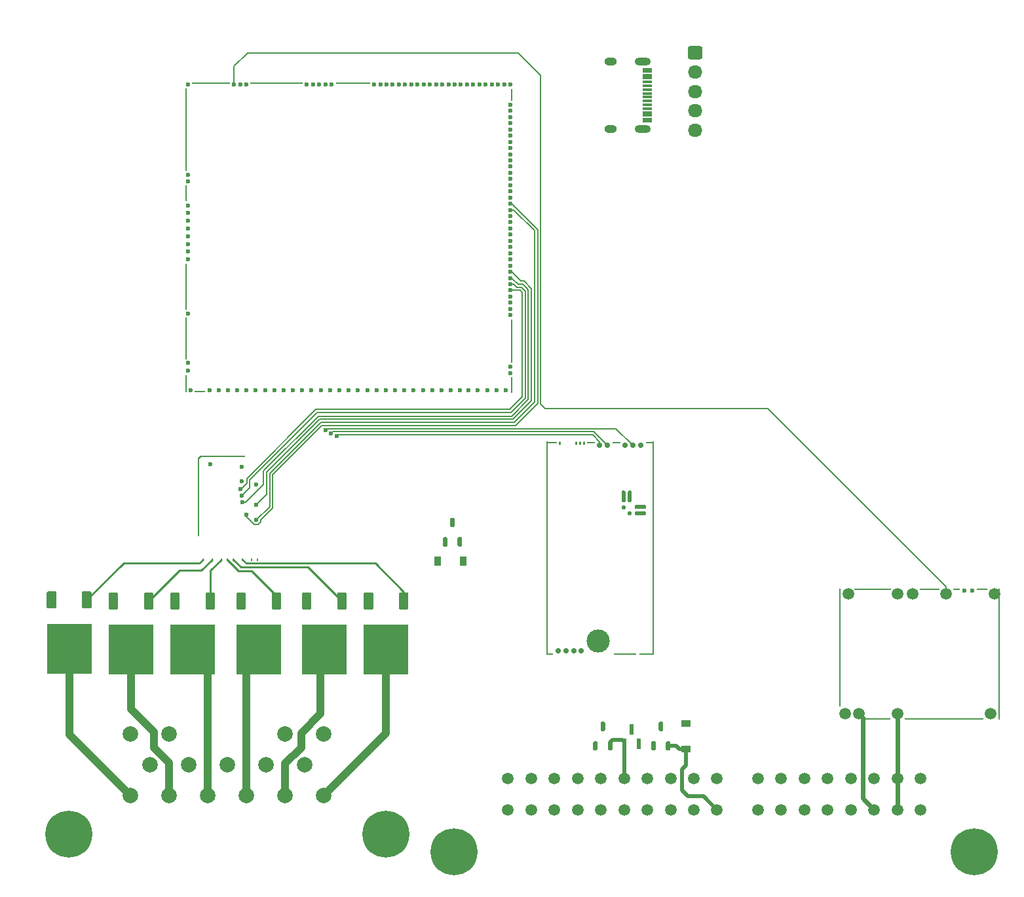
<source format=gtl>
G04 #@! TF.GenerationSoftware,KiCad,Pcbnew,8.0.7-8.0.7-0~ubuntu24.04.1*
G04 #@! TF.CreationDate,2024-12-19T04:57:45+00:00*
G04 #@! TF.ProjectId,z31hellen,7a333168-656c-46c6-956e-2e6b69636164,rev?*
G04 #@! TF.SameCoordinates,Original*
G04 #@! TF.FileFunction,Copper,L1,Top*
G04 #@! TF.FilePolarity,Positive*
%FSLAX46Y46*%
G04 Gerber Fmt 4.6, Leading zero omitted, Abs format (unit mm)*
G04 Created by KiCad (PCBNEW 8.0.7-8.0.7-0~ubuntu24.04.1) date 2024-12-19 04:57:45*
%MOMM*%
%LPD*%
G01*
G04 APERTURE LIST*
G04 #@! TA.AperFunction,SMDPad,CuDef*
%ADD10R,5.800000X6.400000*%
G04 #@! TD*
G04 #@! TA.AperFunction,ComponentPad*
%ADD11O,1.850000X1.700000*%
G04 #@! TD*
G04 #@! TA.AperFunction,SMDPad,CuDef*
%ADD12R,1.219200X0.914400*%
G04 #@! TD*
G04 #@! TA.AperFunction,ComponentPad*
%ADD13C,0.600000*%
G04 #@! TD*
G04 #@! TA.AperFunction,SMDPad,CuDef*
%ADD14R,0.200000X2.300000*%
G04 #@! TD*
G04 #@! TA.AperFunction,SMDPad,CuDef*
%ADD15R,0.200000X10.700000*%
G04 #@! TD*
G04 #@! TA.AperFunction,SMDPad,CuDef*
%ADD16R,0.200000X2.100000*%
G04 #@! TD*
G04 #@! TA.AperFunction,SMDPad,CuDef*
%ADD17R,0.200000X6.000000*%
G04 #@! TD*
G04 #@! TA.AperFunction,SMDPad,CuDef*
%ADD18R,0.200000X5.400000*%
G04 #@! TD*
G04 #@! TA.AperFunction,SMDPad,CuDef*
%ADD19R,1.400000X0.200000*%
G04 #@! TD*
G04 #@! TA.AperFunction,SMDPad,CuDef*
%ADD20R,5.000000X0.200000*%
G04 #@! TD*
G04 #@! TA.AperFunction,SMDPad,CuDef*
%ADD21R,6.800000X0.200000*%
G04 #@! TD*
G04 #@! TA.AperFunction,SMDPad,CuDef*
%ADD22R,4.500000X0.200000*%
G04 #@! TD*
G04 #@! TA.AperFunction,SMDPad,CuDef*
%ADD23R,0.200000X1.600000*%
G04 #@! TD*
G04 #@! TA.AperFunction,SMDPad,CuDef*
%ADD24R,0.200000X5.700000*%
G04 #@! TD*
G04 #@! TA.AperFunction,SMDPad,CuDef*
%ADD25R,0.200000X2.000000*%
G04 #@! TD*
G04 #@! TA.AperFunction,ComponentPad*
%ADD26C,0.700000*%
G04 #@! TD*
G04 #@! TA.AperFunction,SMDPad,CuDef*
%ADD27C,3.000000*%
G04 #@! TD*
G04 #@! TA.AperFunction,SMDPad,CuDef*
%ADD28R,3.000000X0.250000*%
G04 #@! TD*
G04 #@! TA.AperFunction,SMDPad,CuDef*
%ADD29R,1.100000X0.250000*%
G04 #@! TD*
G04 #@! TA.AperFunction,SMDPad,CuDef*
%ADD30R,0.980000X0.250000*%
G04 #@! TD*
G04 #@! TA.AperFunction,SMDPad,CuDef*
%ADD31R,1.450000X0.250000*%
G04 #@! TD*
G04 #@! TA.AperFunction,SMDPad,CuDef*
%ADD32R,0.250000X27.600000*%
G04 #@! TD*
G04 #@! TA.AperFunction,SMDPad,CuDef*
%ADD33R,1.950000X0.250000*%
G04 #@! TD*
G04 #@! TA.AperFunction,SMDPad,CuDef*
%ADD34R,0.950000X0.250000*%
G04 #@! TD*
G04 #@! TA.AperFunction,SMDPad,CuDef*
%ADD35R,1.150000X0.300000*%
G04 #@! TD*
G04 #@! TA.AperFunction,ComponentPad*
%ADD36O,2.100000X1.000000*%
G04 #@! TD*
G04 #@! TA.AperFunction,ComponentPad*
%ADD37O,1.600000X1.000000*%
G04 #@! TD*
G04 #@! TA.AperFunction,SMDPad,CuDef*
%ADD38R,0.558800X1.320800*%
G04 #@! TD*
G04 #@! TA.AperFunction,SMDPad,CuDef*
%ADD39O,0.250000X10.200000*%
G04 #@! TD*
G04 #@! TA.AperFunction,SMDPad,CuDef*
%ADD40O,5.800001X0.250000*%
G04 #@! TD*
G04 #@! TA.AperFunction,SMDPad,CuDef*
%ADD41O,0.200000X0.399999*%
G04 #@! TD*
G04 #@! TA.AperFunction,ComponentPad*
%ADD42C,0.599999*%
G04 #@! TD*
G04 #@! TA.AperFunction,ComponentPad*
%ADD43C,1.500000*%
G04 #@! TD*
G04 #@! TA.AperFunction,SMDPad,CuDef*
%ADD44O,3.300000X0.200000*%
G04 #@! TD*
G04 #@! TA.AperFunction,SMDPad,CuDef*
%ADD45O,10.200000X0.200000*%
G04 #@! TD*
G04 #@! TA.AperFunction,SMDPad,CuDef*
%ADD46O,0.300000X0.200000*%
G04 #@! TD*
G04 #@! TA.AperFunction,SMDPad,CuDef*
%ADD47O,0.200000X17.000000*%
G04 #@! TD*
G04 #@! TA.AperFunction,SMDPad,CuDef*
%ADD48O,0.200000X15.400000*%
G04 #@! TD*
G04 #@! TA.AperFunction,SMDPad,CuDef*
%ADD49O,4.800000X0.200000*%
G04 #@! TD*
G04 #@! TA.AperFunction,SMDPad,CuDef*
%ADD50O,2.600000X0.200000*%
G04 #@! TD*
G04 #@! TA.AperFunction,SMDPad,CuDef*
%ADD51O,1.000000X0.200000*%
G04 #@! TD*
G04 #@! TA.AperFunction,SMDPad,CuDef*
%ADD52O,1.500000X0.200000*%
G04 #@! TD*
G04 #@! TA.AperFunction,ComponentPad*
%ADD53C,2.000000*%
G04 #@! TD*
G04 #@! TA.AperFunction,ComponentPad*
%ADD54C,6.075000*%
G04 #@! TD*
G04 #@! TA.AperFunction,SMDPad,CuDef*
%ADD55R,0.914400X1.219200*%
G04 #@! TD*
G04 #@! TA.AperFunction,ViaPad*
%ADD56C,0.600000*%
G04 #@! TD*
G04 #@! TA.AperFunction,Conductor*
%ADD57C,0.200000*%
G04 #@! TD*
G04 #@! TA.AperFunction,Conductor*
%ADD58C,1.000000*%
G04 #@! TD*
G04 #@! TA.AperFunction,Conductor*
%ADD59C,0.250000*%
G04 #@! TD*
G04 #@! TA.AperFunction,Conductor*
%ADD60C,0.500000*%
G04 #@! TD*
G04 #@! TA.AperFunction,Conductor*
%ADD61C,0.600000*%
G04 #@! TD*
G04 APERTURE END LIST*
G04 #@! TO.P,Q5,1,IN*
G04 #@! TO.N,/Injectors/INJ_MCU_2*
G04 #@! TA.AperFunction,SMDPad,CuDef*
G36*
G01*
X45750002Y41700005D02*
X46710002Y41700005D01*
G75*
G02*
X46830002Y41580005I0J-120000D01*
G01*
X46830002Y39620005D01*
G75*
G02*
X46710002Y39500005I-120000J0D01*
G01*
X45750002Y39500005D01*
G75*
G02*
X45630002Y39620005I0J120000D01*
G01*
X45630002Y41580005D01*
G75*
G02*
X45750002Y41700005I120000J0D01*
G01*
G37*
G04 #@! TD.AperFunction*
D10*
G04 #@! TO.P,Q5,2,D*
G04 #@! TO.N,/INJ 2*
X43950002Y34300005D03*
G04 #@! TO.P,Q5,3,S*
G04 #@! TO.N,GND*
G04 #@! TA.AperFunction,SMDPad,CuDef*
G36*
G01*
X41190002Y41700005D02*
X42150002Y41700005D01*
G75*
G02*
X42270002Y41580005I0J-120000D01*
G01*
X42270002Y39620005D01*
G75*
G02*
X42150002Y39500005I-120000J0D01*
G01*
X41190002Y39500005D01*
G75*
G02*
X41070002Y39620005I0J120000D01*
G01*
X41070002Y41580005D01*
G75*
G02*
X41190002Y41700005I120000J0D01*
G01*
G37*
G04 #@! TD.AperFunction*
G04 #@! TD*
G04 #@! TO.P,Q3,1*
G04 #@! TO.N,/LOWSIDE WEAK/MR_MCU(HOT)*
G04 #@! TA.AperFunction,SMDPad,CuDef*
G36*
G01*
X104122502Y21265005D02*
X103827502Y21265005D01*
G75*
G02*
X103680002Y21412505I0J147500D01*
G01*
X103680002Y22327505D01*
G75*
G02*
X103827502Y22475005I147500J0D01*
G01*
X104122502Y22475005D01*
G75*
G02*
X104270002Y22327505I0J-147500D01*
G01*
X104270002Y21412505D01*
G75*
G02*
X104122502Y21265005I-147500J0D01*
G01*
G37*
G04 #@! TD.AperFunction*
G04 #@! TO.P,Q3,2*
G04 #@! TO.N,/LOWSIDE WEAK/MR_OUT(HOT)*
G04 #@! TA.AperFunction,SMDPad,CuDef*
G36*
G01*
X106022502Y21265005D02*
X105727502Y21265005D01*
G75*
G02*
X105580002Y21412505I0J147500D01*
G01*
X105580002Y22327505D01*
G75*
G02*
X105727502Y22475005I147500J0D01*
G01*
X106022502Y22475005D01*
G75*
G02*
X106170002Y22327505I0J-147500D01*
G01*
X106170002Y21412505D01*
G75*
G02*
X106022502Y21265005I-147500J0D01*
G01*
G37*
G04 #@! TD.AperFunction*
G04 #@! TO.P,Q3,3*
G04 #@! TO.N,GND*
G04 #@! TA.AperFunction,SMDPad,CuDef*
G36*
G01*
X105072502Y23775005D02*
X104777502Y23775005D01*
G75*
G02*
X104630002Y23922505I0J147500D01*
G01*
X104630002Y24837505D01*
G75*
G02*
X104777502Y24985005I147500J0D01*
G01*
X105072502Y24985005D01*
G75*
G02*
X105220002Y24837505I0J-147500D01*
G01*
X105220002Y23922505D01*
G75*
G02*
X105072502Y23775005I-147500J0D01*
G01*
G37*
G04 #@! TD.AperFunction*
G04 #@! TD*
G04 #@! TO.P,J2,1,Pin_1*
G04 #@! TO.N,/MEGA_MCU/VBUS*
G04 #@! TA.AperFunction,ComponentPad*
G36*
G01*
X116175000Y112350000D02*
X117525000Y112350000D01*
G75*
G02*
X117775000Y112100000I0J-250000D01*
G01*
X117775000Y110900000D01*
G75*
G02*
X117525000Y110650000I-250000J0D01*
G01*
X116175000Y110650000D01*
G75*
G02*
X115925000Y110900000I0J250000D01*
G01*
X115925000Y112100000D01*
G75*
G02*
X116175000Y112350000I250000J0D01*
G01*
G37*
G04 #@! TD.AperFunction*
D11*
G04 #@! TO.P,J2,2,Pin_2*
G04 #@! TO.N,/MEGA_MCU/USB-*
X116850000Y109000000D03*
G04 #@! TO.P,J2,3,Pin_3*
G04 #@! TO.N,/MEGA_MCU/USB+*
X116850000Y106500000D03*
G04 #@! TO.P,J2,4,Pin_4*
G04 #@! TO.N,GND*
X116850000Y104000000D03*
G04 #@! TO.P,J2,5,Pin_5*
X116850000Y101500000D03*
G04 #@! TD*
D12*
G04 #@! TO.P,D1,A,A*
G04 #@! TO.N,/FP RELAY*
X115675002Y21486705D03*
G04 #@! TO.P,D1,C,C*
G04 #@! TO.N,unconnected-(D1-PadC)*
X115675002Y24763305D03*
G04 #@! TD*
D13*
G04 #@! TO.P,M1,E1,SPI2_SCK/CAN2_TX*
G04 #@! TO.N,unconnected-(M1-SPI2_SCK{slash}CAN2_TX-PadE1)*
X92975001Y104774995D03*
G04 #@! TO.P,M1,E2,SPI2_MISO*
G04 #@! TO.N,unconnected-(M1-SPI2_MISO-PadE2)*
X92975001Y103974994D03*
G04 #@! TO.P,M1,E3,SPI2_MOSI*
G04 #@! TO.N,unconnected-(M1-SPI2_MOSI-PadE3)*
X92975001Y103174996D03*
G04 #@! TO.P,M1,E4,SPI2_CS/CAN2_RX*
G04 #@! TO.N,unconnected-(M1-SPI2_CS{slash}CAN2_RX-PadE4)*
X92975001Y102374995D03*
G04 #@! TO.P,M1,E6,OUT_IO3*
G04 #@! TO.N,Net-(M1-OUT_IO3)*
X92975001Y101574994D03*
G04 #@! TO.P,M1,E7,OUT_IO5*
G04 #@! TO.N,unconnected-(M1-OUT_IO5-PadE7)*
X92974998Y100774996D03*
G04 #@! TO.P,M1,E8,OUT_IO1*
G04 #@! TO.N,/LOWSIDE WEAK/FP_MCU*
X92974998Y99974995D03*
G04 #@! TO.P,M1,E9,OUT_IO6*
G04 #@! TO.N,unconnected-(M1-OUT_IO6-PadE9)*
X92975001Y99174991D03*
G04 #@! TO.P,M1,E10,OUT_IO10*
G04 #@! TO.N,unconnected-(M1-OUT_IO10-PadE10)*
X92975001Y98374995D03*
G04 #@! TO.P,M1,E11,OUT_IO9*
G04 #@! TO.N,unconnected-(M1-OUT_IO9-PadE11)*
X92975001Y97574995D03*
G04 #@! TO.P,M1,E12,OUT_IO2*
G04 #@! TO.N,/LOWSIDE WEAK/MR_MCU(HOT)*
X92975001Y96774994D03*
G04 #@! TO.P,M1,E13,OUT_IO12*
G04 #@! TO.N,unconnected-(M1-OUT_IO12-PadE13)*
X92974998Y95974995D03*
G04 #@! TO.P,M1,E14,OUT_PWM5*
G04 #@! TO.N,unconnected-(M1-OUT_PWM5-PadE14)*
X92974998Y95174994D03*
G04 #@! TO.P,M1,E15,OUT_PWM4*
G04 #@! TO.N,unconnected-(M1-OUT_PWM4-PadE15)*
X92974998Y94374993D03*
G04 #@! TO.P,M1,E16,OUT_PWM3*
G04 #@! TO.N,unconnected-(M1-OUT_PWM3-PadE16)*
X92975001Y93574995D03*
G04 #@! TO.P,M1,E17,OUT_PWM2*
G04 #@! TO.N,unconnected-(M1-OUT_PWM2-PadE17)*
X92975001Y92774994D03*
G04 #@! TO.P,M1,E18,OUT_INJ2*
G04 #@! TO.N,/MEGA_MCU/INJ_MCU_2*
X92975001Y91974996D03*
G04 #@! TO.P,M1,E19,OUT_INJ1*
G04 #@! TO.N,/MEGA_MCU/INJ_MCU_1*
X92974998Y91174995D03*
G04 #@! TO.P,M1,E20,OUT_IO13*
G04 #@! TO.N,unconnected-(M1-OUT_IO13-PadE20)*
X92974998Y90374994D03*
G04 #@! TO.P,M1,E21,OUT_IO4*
G04 #@! TO.N,unconnected-(M1-OUT_IO4-PadE21)*
X92975001Y89574995D03*
G04 #@! TO.P,M1,E22,OUT_IO8*
G04 #@! TO.N,unconnected-(M1-OUT_IO8-PadE22)*
X92975001Y88774994D03*
G04 #@! TO.P,M1,E23,OUT_IO7*
G04 #@! TO.N,unconnected-(M1-OUT_IO7-PadE23)*
X92975001Y87974993D03*
G04 #@! TO.P,M1,E24,OUT_IO11*
G04 #@! TO.N,unconnected-(M1-OUT_IO11-PadE24)*
X92975001Y87174995D03*
G04 #@! TO.P,M1,E25,OUT_PWM7*
G04 #@! TO.N,unconnected-(M1-OUT_PWM7-PadE25)*
X92975001Y86374994D03*
G04 #@! TO.P,M1,E26,OUT_PWM6*
G04 #@! TO.N,unconnected-(M1-OUT_PWM6-PadE26)*
X92975001Y85574996D03*
G04 #@! TO.P,M1,E27,OUT_PWM1*
G04 #@! TO.N,unconnected-(M1-OUT_PWM1-PadE27)*
X92975001Y84774995D03*
G04 #@! TO.P,M1,E28,OUT_PWM8*
G04 #@! TO.N,unconnected-(M1-OUT_PWM8-PadE28)*
X92975001Y83974994D03*
G04 #@! TO.P,M1,E29,OUT_INJ3*
G04 #@! TO.N,/MEGA_MCU/INJ_MCU_3*
X92975001Y83174995D03*
G04 #@! TO.P,M1,E30,OUT_INJ4*
G04 #@! TO.N,/MEGA_MCU/INJ_MCU_4*
X92975001Y82374994D03*
G04 #@! TO.P,M1,E31,OUT_INJ5*
G04 #@! TO.N,/MEGA_MCU/INJ_MCU_5*
X92974998Y81574996D03*
G04 #@! TO.P,M1,E32,OUT_INJ6*
G04 #@! TO.N,/MEGA_MCU/INJ_MCU_6*
X92975001Y80774993D03*
G04 #@! TO.P,M1,E33,OUT_INJ7*
G04 #@! TO.N,unconnected-(M1-OUT_INJ7-PadE33)*
X92975001Y79974994D03*
G04 #@! TO.P,M1,E34,OUT_INJ8*
G04 #@! TO.N,unconnected-(M1-OUT_INJ8-PadE34)*
X92975001Y79174996D03*
G04 #@! TO.P,M1,E35,IO6*
G04 #@! TO.N,unconnected-(M1-IO6-PadE35)*
X92975001Y78374995D03*
G04 #@! TO.P,M1,E36,IO7*
G04 #@! TO.N,unconnected-(M1-IO7-PadE36)*
X92975001Y77574994D03*
G04 #@! TO.P,M1,E38,V5A_SWITCHABLE*
G04 #@! TO.N,unconnected-(M1-V5A_SWITCHABLE-PadE38)*
X92974998Y70875000D03*
G04 #@! TO.P,M1,E39,GNDA*
G04 #@! TO.N,GNDA*
X92975001Y70074999D03*
D14*
G04 #@! TO.P,M1,G,GND*
G04 #@! TO.N,GND*
X51074996Y68724999D03*
D15*
X51074998Y101524997D03*
D16*
X51074998Y93324998D03*
D17*
X51074998Y81274999D03*
D18*
X51074998Y74575002D03*
D19*
X52875005Y67674996D03*
D20*
X54275000Y107574997D03*
D21*
X62775003Y107574997D03*
D22*
X72625006Y107574997D03*
D23*
X93175001Y106074998D03*
D24*
X93175001Y74224995D03*
D25*
X93175001Y68575002D03*
D13*
G04 #@! TO.P,M1,N1,USBID*
G04 #@! TO.N,unconnected-(M1-USBID-PadN1)*
X92975001Y107374998D03*
G04 #@! TO.P,M1,N2,USBM*
G04 #@! TO.N,/MEGA_MCU/USB-*
X92175003Y107375000D03*
G04 #@! TO.P,M1,N3,USBP*
G04 #@! TO.N,/MEGA_MCU/USB+*
X91375002Y107375000D03*
G04 #@! TO.P,M1,N4,VBUS*
G04 #@! TO.N,/MEGA_MCU/VBUS*
X90575003Y107374998D03*
G04 #@! TO.P,M1,N5,BOOT0*
G04 #@! TO.N,unconnected-(M1-BOOT0-PadN5)*
X89775002Y107374998D03*
G04 #@! TO.P,M1,N6,SWO*
G04 #@! TO.N,/MEGA_MCU/SWO*
X88975001Y107374998D03*
G04 #@! TO.P,M1,N7,SWDIO*
G04 #@! TO.N,/MEGA_MCU/SWDIO*
X88175003Y107374998D03*
G04 #@! TO.P,M1,N8,SWCLK*
G04 #@! TO.N,/MEGA_MCU/SWCLK*
X87375002Y107375000D03*
G04 #@! TO.P,M1,N9,nReset*
G04 #@! TO.N,/MEGA_MCU/NRESET*
X86575004Y107374998D03*
G04 #@! TO.P,M1,N10,SPI3_CS*
G04 #@! TO.N,Net-(M1-SPI3_CS)*
X85775003Y107374998D03*
G04 #@! TO.P,M1,N11,SPI3_SCK*
G04 #@! TO.N,Net-(M1-SPI3_SCK)*
X84975002Y107374998D03*
G04 #@! TO.P,M1,N12,SPI3_MISO*
G04 #@! TO.N,Net-(M1-SPI3_MISO)*
X84175001Y107374998D03*
G04 #@! TO.P,M1,N13,SPI3_MOSI*
G04 #@! TO.N,Net-(M1-SPI3_MOSI)*
X83375002Y107374998D03*
G04 #@! TO.P,M1,N14,I2C_SCL*
G04 #@! TO.N,Net-(M1-I2C_SCL)*
X82575001Y107374998D03*
G04 #@! TO.P,M1,N15,I2C_SDA*
G04 #@! TO.N,Net-(M1-I2C_SDA)*
X81775000Y107375000D03*
G04 #@! TO.P,M1,N16,IO1*
G04 #@! TO.N,unconnected-(M1-IO1-PadN16)*
X80975000Y107375000D03*
G04 #@! TO.P,M1,N17,UART2_TX*
G04 #@! TO.N,/MEGA_MCU/UART_TX*
X80175001Y107374998D03*
G04 #@! TO.P,M1,N18,UART2_RX*
G04 #@! TO.N,/MEGA_MCU/UART_RX*
X79375000Y107374998D03*
G04 #@! TO.P,M1,N19,IO2*
G04 #@! TO.N,unconnected-(M1-IO2-PadN19)*
X78575002Y107374998D03*
G04 #@! TO.P,M1,N20,IO4*
G04 #@! TO.N,unconnected-(M1-IO4-PadN20)*
X77775001Y107374998D03*
G04 #@! TO.P,M1,N21,IO3*
G04 #@! TO.N,unconnected-(M1-IO3-PadN21)*
X76975002Y107375000D03*
G04 #@! TO.P,M1,N22,V33*
G04 #@! TO.N,+3.3V*
X76175001Y107374998D03*
G04 #@! TO.P,M1,N23,IO5*
G04 #@! TO.N,unconnected-(M1-IO5-PadN23)*
X75375001Y107374998D03*
G04 #@! TO.P,M1,N24,UART8_RX*
G04 #@! TO.N,Net-(M1-UART8_RX)*
X69875001Y107374998D03*
G04 #@! TO.P,M1,N25,UART8_TX*
G04 #@! TO.N,Net-(M1-UART8_TX)*
X69075000Y107374998D03*
G04 #@! TO.P,M1,N26,IN_VIGN*
G04 #@! TO.N,unconnected-(M1-IN_VIGN-PadN26)*
X68275002Y107374998D03*
G04 #@! TO.P,M1,N27,VBAT*
G04 #@! TO.N,unconnected-(M1-VBAT-PadN27)*
X67475004Y107374998D03*
G04 #@! TO.P,M1,N28,V33_SWITCHABLE*
G04 #@! TO.N,+3.3VA*
X66675005Y107374998D03*
G04 #@! TO.P,M1,N29,OUT_PWR_EN*
G04 #@! TO.N,unconnected-(M1-OUT_PWR_EN-PadN29)*
X58875001Y107374998D03*
G04 #@! TO.P,M1,N30,V5A_SWITCHABLE*
G04 #@! TO.N,unconnected-(M1-V5A_SWITCHABLE-PadN30)*
X58075002Y107374998D03*
G04 #@! TO.P,M1,N31,VCC*
G04 #@! TO.N,+5V*
X57275004Y107374998D03*
G04 #@! TO.P,M1,N32,V33*
G04 #@! TO.N,unconnected-(M1-V33-PadN32)*
X51275000Y107374998D03*
G04 #@! TO.P,M1,S1,IN_D4*
G04 #@! TO.N,unconnected-(M1-IN_D4-PadS1)*
X92375000Y67874993D03*
G04 #@! TO.P,M1,S2,IN_D3*
G04 #@! TO.N,unconnected-(M1-IN_D3-PadS2)*
X91174999Y67874995D03*
G04 #@! TO.P,M1,S3,IN_D2*
G04 #@! TO.N,unconnected-(M1-IN_D2-PadS3)*
X89975002Y67874995D03*
G04 #@! TO.P,M1,S4,IN_D1*
G04 #@! TO.N,unconnected-(M1-IN_D1-PadS4)*
X88775002Y67874993D03*
G04 #@! TO.P,M1,S5,VREF2*
G04 #@! TO.N,unconnected-(M1-VREF2-PadS5)*
X87575002Y67874995D03*
G04 #@! TO.P,M1,S6,IN_SENS4*
G04 #@! TO.N,unconnected-(M1-IN_SENS4-PadS6)*
X86475014Y67874995D03*
G04 #@! TO.P,M1,S7,IN_SENS3*
G04 #@! TO.N,unconnected-(M1-IN_SENS3-PadS7)*
X85275014Y67874995D03*
G04 #@! TO.P,M1,S8,IN_SENS2*
G04 #@! TO.N,unconnected-(M1-IN_SENS2-PadS8)*
X84075016Y67874993D03*
G04 #@! TO.P,M1,S9,IN_SENS1*
G04 #@! TO.N,unconnected-(M1-IN_SENS1-PadS9)*
X82875016Y67874995D03*
G04 #@! TO.P,M1,S10,IN_AUX4*
G04 #@! TO.N,unconnected-(M1-IN_AUX4-PadS10)*
X81675013Y67874995D03*
G04 #@! TO.P,M1,S11,IN_AUX3*
G04 #@! TO.N,unconnected-(M1-IN_AUX3-PadS11)*
X80475011Y67874993D03*
G04 #@! TO.P,M1,S12,IN_AUX2*
G04 #@! TO.N,unconnected-(M1-IN_AUX2-PadS12)*
X79275013Y67874995D03*
G04 #@! TO.P,M1,S13,IN_AUX1*
G04 #@! TO.N,unconnected-(M1-IN_AUX1-PadS13)*
X78075015Y67874995D03*
G04 #@! TO.P,M1,S14,IN_RES2*
G04 #@! TO.N,unconnected-(M1-IN_RES2-PadS14)*
X76875008Y67874995D03*
G04 #@! TO.P,M1,S15,IN_O2S2*
G04 #@! TO.N,unconnected-(M1-IN_O2S2-PadS15)*
X75675008Y67874995D03*
G04 #@! TO.P,M1,S16,IN_O2S*
G04 #@! TO.N,unconnected-(M1-IN_O2S-PadS16)*
X74475010Y67874995D03*
G04 #@! TO.P,M1,S17,IN_RES1*
G04 #@! TO.N,unconnected-(M1-IN_RES1-PadS17)*
X73275010Y67874995D03*
G04 #@! TO.P,M1,S18,IN_RES3*
G04 #@! TO.N,unconnected-(M1-IN_RES3-PadS18)*
X72075005Y67874995D03*
G04 #@! TO.P,M1,S19,IN_MAP3*
G04 #@! TO.N,unconnected-(M1-IN_MAP3-PadS19)*
X70875004Y67874995D03*
G04 #@! TO.P,M1,S20,IN_MAP2*
G04 #@! TO.N,unconnected-(M1-IN_MAP2-PadS20)*
X69675007Y67874993D03*
G04 #@! TO.P,M1,S21,IN_MAP1*
G04 #@! TO.N,unconnected-(M1-IN_MAP1-PadS21)*
X68475007Y67874995D03*
G04 #@! TO.P,M1,S22,IN_CRANK*
G04 #@! TO.N,unconnected-(M1-IN_CRANK-PadS22)*
X67275004Y67874993D03*
G04 #@! TO.P,M1,S23,IN_KNOCK*
G04 #@! TO.N,unconnected-(M1-IN_KNOCK-PadS23)*
X66075004Y67874995D03*
G04 #@! TO.P,M1,S24,IN_CAM*
G04 #@! TO.N,unconnected-(M1-IN_CAM-PadS24)*
X64875009Y67874995D03*
G04 #@! TO.P,M1,S25,IN_VSS*
G04 #@! TO.N,unconnected-(M1-IN_VSS-PadS25)*
X63675006Y67874993D03*
G04 #@! TO.P,M1,S26,IN_IAT*
G04 #@! TO.N,unconnected-(M1-IN_IAT-PadS26)*
X62475001Y67874995D03*
G04 #@! TO.P,M1,S27,IN_AT1*
G04 #@! TO.N,unconnected-(M1-IN_AT1-PadS27)*
X61275001Y67874993D03*
G04 #@! TO.P,M1,S28,IN_CLT*
G04 #@! TO.N,unconnected-(M1-IN_CLT-PadS28)*
X60075003Y67874995D03*
G04 #@! TO.P,M1,S29,IN_AT2*
G04 #@! TO.N,Net-(M1-IN_AT2)*
X58875003Y67874995D03*
G04 #@! TO.P,M1,S30,IN_TPS*
G04 #@! TO.N,unconnected-(M1-IN_TPS-PadS30)*
X57674998Y67874995D03*
G04 #@! TO.P,M1,S31,IN_PPS*
G04 #@! TO.N,unconnected-(M1-IN_PPS-PadS31)*
X56474998Y67874995D03*
G04 #@! TO.P,M1,S32,IN_TPS2*
G04 #@! TO.N,unconnected-(M1-IN_TPS2-PadS32)*
X55275000Y67874995D03*
G04 #@! TO.P,M1,S33,IN_PPS2*
G04 #@! TO.N,unconnected-(M1-IN_PPS2-PadS33)*
X54075000Y67874995D03*
G04 #@! TO.P,M1,S35,VREF1*
G04 #@! TO.N,unconnected-(M1-VREF1-PadS35)*
X51675000Y67874995D03*
G04 #@! TO.P,M1,W1,GNDA*
G04 #@! TO.N,GNDA*
X51274998Y70374998D03*
G04 #@! TO.P,M1,W2,V5A_SWITCHABLE*
G04 #@! TO.N,+5VA*
X51274998Y71374999D03*
G04 #@! TO.P,M1,W3,V33_REF*
G04 #@! TO.N,unconnected-(M1-V33_REF-PadW3)*
X51275000Y77775001D03*
G04 #@! TO.P,M1,W4,IGN8*
G04 #@! TO.N,unconnected-(M1-IGN8-PadW4)*
X51275000Y84774997D03*
G04 #@! TO.P,M1,W5,IGN7*
G04 #@! TO.N,unconnected-(M1-IGN7-PadW5)*
X51275000Y85774998D03*
G04 #@! TO.P,M1,W6,IGN6*
G04 #@! TO.N,unconnected-(M1-IGN6-PadW6)*
X51275000Y86774996D03*
G04 #@! TO.P,M1,W7,IGN5*
G04 #@! TO.N,unconnected-(M1-IGN5-PadW7)*
X51275000Y87774996D03*
G04 #@! TO.P,M1,W8,IGN4*
G04 #@! TO.N,unconnected-(M1-IGN4-PadW8)*
X51275000Y88774997D03*
G04 #@! TO.P,M1,W9,IGN3*
G04 #@! TO.N,unconnected-(M1-IGN3-PadW9)*
X51275000Y89774995D03*
G04 #@! TO.P,M1,W10,IGN2*
G04 #@! TO.N,unconnected-(M1-IGN2-PadW10)*
X51275000Y90774995D03*
G04 #@! TO.P,M1,W11,IGN1*
G04 #@! TO.N,/MEGA_MCU/IGNITION*
X51275000Y91774993D03*
G04 #@! TO.P,M1,W12,CANH*
G04 #@! TO.N,unconnected-(M1-CANH-PadW12)*
X51275000Y94874997D03*
G04 #@! TO.P,M1,W13,CANL*
G04 #@! TO.N,unconnected-(M1-CANL-PadW13)*
X51275000Y95674998D03*
G04 #@! TD*
D26*
G04 #@! TO.P,M3,E1,LSU_Un*
G04 #@! TO.N,unconnected-(M3-LSU_Un-PadE1)*
X99150000Y34150000D03*
G04 #@! TO.P,M3,E2,LSU_Vm*
G04 #@! TO.N,unconnected-(M3-LSU_Vm-PadE2)*
X102150000Y34150000D03*
G04 #@! TO.P,M3,E3,LSU_Ip*
G04 #@! TO.N,unconnected-(M3-LSU_Ip-PadE3)*
X101150000Y34150000D03*
G04 #@! TO.P,M3,E4,LSU_Rtrim*
G04 #@! TO.N,unconnected-(M3-LSU_Rtrim-PadE4)*
X100150000Y34150000D03*
D27*
G04 #@! TO.P,M3,E5,LSU_H+*
G04 #@! TO.N,unconnected-(M3-LSU_H+-PadE5)*
X104300000Y35400000D03*
D28*
G04 #@! TO.P,M3,E6,LSU_H-*
G04 #@! TO.N,GND*
X107800000Y33775000D03*
D29*
G04 #@! TO.P,M3,G,GND*
X111000000Y61125000D03*
D30*
X106660000Y61125000D03*
X103360000Y61125000D03*
D31*
X98275000Y61125000D03*
D32*
X111425000Y47450000D03*
X97675000Y47450000D03*
D33*
X110575000Y33775000D03*
D34*
X98025000Y33775000D03*
G04 #@! TO.P,M3,J1,SEL1*
G04 #@! TO.N,Net-(M3-PULL_DOWN1)*
G04 #@! TA.AperFunction,SMDPad,CuDef*
G36*
G01*
X110400000Y51700000D02*
X109150000Y51700000D01*
G75*
G02*
X109025000Y51825000I0J125000D01*
G01*
X109025000Y52075000D01*
G75*
G02*
X109150000Y52200000I125000J0D01*
G01*
X110400000Y52200000D01*
G75*
G02*
X110525000Y52075000I0J-125000D01*
G01*
X110525000Y51825000D01*
G75*
G02*
X110400000Y51700000I-125000J0D01*
G01*
G37*
G04 #@! TD.AperFunction*
G04 #@! TO.P,M3,J2,SEL2*
G04 #@! TO.N,unconnected-(M3-SEL2-PadJ2)*
G04 #@! TA.AperFunction,SMDPad,CuDef*
G36*
G01*
X107725000Y53375000D02*
X107475000Y53375000D01*
G75*
G02*
X107350000Y53500000I0J125000D01*
G01*
X107350000Y54750000D01*
G75*
G02*
X107475000Y54875000I125000J0D01*
G01*
X107725000Y54875000D01*
G75*
G02*
X107850000Y54750000I0J-125000D01*
G01*
X107850000Y53500000D01*
G75*
G02*
X107725000Y53375000I-125000J0D01*
G01*
G37*
G04 #@! TD.AperFunction*
G04 #@! TO.P,M3,J_GND1,PULL_DOWN1*
G04 #@! TO.N,Net-(M3-PULL_DOWN1)*
G04 #@! TA.AperFunction,SMDPad,CuDef*
G36*
G01*
X110400000Y52500000D02*
X109150000Y52500000D01*
G75*
G02*
X109025000Y52625000I0J125000D01*
G01*
X109025000Y52875000D01*
G75*
G02*
X109150000Y53000000I125000J0D01*
G01*
X110400000Y53000000D01*
G75*
G02*
X110525000Y52875000I0J-125000D01*
G01*
X110525000Y52625000D01*
G75*
G02*
X110400000Y52500000I-125000J0D01*
G01*
G37*
G04 #@! TD.AperFunction*
G04 #@! TO.P,M3,J_GND2,PULL_DOWN2*
G04 #@! TO.N,unconnected-(M3-PULL_DOWN2-PadJ_GND2)*
G04 #@! TA.AperFunction,SMDPad,CuDef*
G36*
G01*
X107850000Y52825000D02*
X107850000Y52575000D01*
G75*
G02*
X107725000Y52450000I-125000J0D01*
G01*
X107475000Y52450000D01*
G75*
G02*
X107350000Y52575000I0J125000D01*
G01*
X107350000Y52825000D01*
G75*
G02*
X107475000Y52950000I125000J0D01*
G01*
X107725000Y52950000D01*
G75*
G02*
X107850000Y52825000I0J-125000D01*
G01*
G37*
G04 #@! TD.AperFunction*
G04 #@! TO.P,M3,J_VCC1,PULL_UP1*
G04 #@! TO.N,unconnected-(M3-PULL_UP1-PadJ_VCC1)*
G04 #@! TA.AperFunction,SMDPad,CuDef*
G36*
G01*
X108525000Y51700000D02*
X108275000Y51700000D01*
G75*
G02*
X108150000Y51825000I0J125000D01*
G01*
X108150000Y52075000D01*
G75*
G02*
X108275000Y52200000I125000J0D01*
G01*
X108525000Y52200000D01*
G75*
G02*
X108650000Y52075000I0J-125000D01*
G01*
X108650000Y51825000D01*
G75*
G02*
X108525000Y51700000I-125000J0D01*
G01*
G37*
G04 #@! TD.AperFunction*
G04 #@! TO.P,M3,J_VCC2,PULL_UP2*
G04 #@! TO.N,unconnected-(M3-PULL_UP2-PadJ_VCC2)*
G04 #@! TA.AperFunction,SMDPad,CuDef*
G36*
G01*
X108525000Y53375000D02*
X108275000Y53375000D01*
G75*
G02*
X108150000Y53500000I0J125000D01*
G01*
X108150000Y54750000D01*
G75*
G02*
X108275000Y54875000I125000J0D01*
G01*
X108525000Y54875000D01*
G75*
G02*
X108650000Y54750000I0J-125000D01*
G01*
X108650000Y53500000D01*
G75*
G02*
X108525000Y53375000I-125000J0D01*
G01*
G37*
G04 #@! TD.AperFunction*
D26*
G04 #@! TO.P,M3,W1,V5_IN*
G04 #@! TO.N,+5VA*
X108800000Y60741200D03*
G04 #@! TO.P,M3,W2,CAN_VIO*
G04 #@! TO.N,unconnected-(M3-CAN_VIO-PadW2)*
X107800000Y60741200D03*
G04 #@! TO.P,M3,W3,CANL*
G04 #@! TO.N,/MEGA_MCU/CANL*
X104504000Y60741200D03*
G04 #@! TO.P,M3,W4,CANH*
G04 #@! TO.N,/MEGA_MCU/CANH*
X105520000Y60741200D03*
G04 #@! TO.P,M3,W5,nReset*
G04 #@! TO.N,unconnected-(M3-nReset-PadW5)*
G04 #@! TA.AperFunction,SMDPad,CuDef*
G36*
G01*
X102500000Y61250000D02*
X102500000Y61250000D01*
G75*
G02*
X102625000Y61125000I0J-125000D01*
G01*
X102625000Y60875000D01*
G75*
G02*
X102500000Y60750000I-125000J0D01*
G01*
X102500000Y60750000D01*
G75*
G02*
X102375000Y60875000I0J125000D01*
G01*
X102375000Y61125000D01*
G75*
G02*
X102500000Y61250000I125000J0D01*
G01*
G37*
G04 #@! TD.AperFunction*
G04 #@! TO.P,M3,W6,SWDIO*
G04 #@! TO.N,unconnected-(M3-SWDIO-PadW6)*
G04 #@! TA.AperFunction,SMDPad,CuDef*
G36*
G01*
X102000000Y61250000D02*
X102000000Y61250000D01*
G75*
G02*
X102125000Y61125000I0J-125000D01*
G01*
X102125000Y60875000D01*
G75*
G02*
X102000000Y60750000I-125000J0D01*
G01*
X102000000Y60750000D01*
G75*
G02*
X101875000Y60875000I0J125000D01*
G01*
X101875000Y61125000D01*
G75*
G02*
X102000000Y61250000I125000J0D01*
G01*
G37*
G04 #@! TD.AperFunction*
G04 #@! TO.P,M3,W7,SWCLK*
G04 #@! TO.N,unconnected-(M3-SWCLK-PadW7)*
G04 #@! TA.AperFunction,SMDPad,CuDef*
G36*
G01*
X101500000Y61250000D02*
X101500000Y61250000D01*
G75*
G02*
X101625000Y61125000I0J-125000D01*
G01*
X101625000Y60875000D01*
G75*
G02*
X101500000Y60750000I-125000J0D01*
G01*
X101500000Y60750000D01*
G75*
G02*
X101375000Y60875000I0J125000D01*
G01*
X101375000Y61125000D01*
G75*
G02*
X101500000Y61250000I125000J0D01*
G01*
G37*
G04 #@! TD.AperFunction*
G04 #@! TO.P,M3,W8,V33_OUT*
G04 #@! TO.N,unconnected-(M3-V33_OUT-PadW8)*
G04 #@! TA.AperFunction,SMDPad,CuDef*
G36*
G01*
X99400000Y61250000D02*
X99400000Y61250000D01*
G75*
G02*
X99525000Y61125000I0J-125000D01*
G01*
X99525000Y60875000D01*
G75*
G02*
X99400000Y60750000I-125000J0D01*
G01*
X99400000Y60750000D01*
G75*
G02*
X99275000Y60875000I0J125000D01*
G01*
X99275000Y61125000D01*
G75*
G02*
X99400000Y61250000I125000J0D01*
G01*
G37*
G04 #@! TD.AperFunction*
G04 #@! TO.P,M3,W9,VDDA*
G04 #@! TO.N,unconnected-(M3-VDDA-PadW9)*
X109800000Y60741200D03*
G04 #@! TD*
G04 #@! TO.P,Q4,1,IN*
G04 #@! TO.N,/Injectors/INJ_MCU_1*
G04 #@! TA.AperFunction,SMDPad,CuDef*
G36*
G01*
X37750002Y41850005D02*
X38710002Y41850005D01*
G75*
G02*
X38830002Y41730005I0J-120000D01*
G01*
X38830002Y39770005D01*
G75*
G02*
X38710002Y39650005I-120000J0D01*
G01*
X37750002Y39650005D01*
G75*
G02*
X37630002Y39770005I0J120000D01*
G01*
X37630002Y41730005D01*
G75*
G02*
X37750002Y41850005I120000J0D01*
G01*
G37*
G04 #@! TD.AperFunction*
D10*
G04 #@! TO.P,Q4,2,D*
G04 #@! TO.N,/INJ 1*
X35950002Y34450005D03*
G04 #@! TO.P,Q4,3,S*
G04 #@! TO.N,GND*
G04 #@! TA.AperFunction,SMDPad,CuDef*
G36*
G01*
X33190002Y41850005D02*
X34150002Y41850005D01*
G75*
G02*
X34270002Y41730005I0J-120000D01*
G01*
X34270002Y39770005D01*
G75*
G02*
X34150002Y39650005I-120000J0D01*
G01*
X33190002Y39650005D01*
G75*
G02*
X33070002Y39770005I0J120000D01*
G01*
X33070002Y41730005D01*
G75*
G02*
X33190002Y41850005I120000J0D01*
G01*
G37*
G04 #@! TD.AperFunction*
G04 #@! TD*
D35*
G04 #@! TO.P,J3,A1,GND*
G04 #@! TO.N,GND*
X110670000Y109350000D03*
G04 #@! TO.P,J3,A4,VBUS*
G04 #@! TO.N,/MEGA_MCU/VBUS*
X110670000Y108550000D03*
G04 #@! TO.P,J3,A5,CC1*
G04 #@! TO.N,Net-(J3-CC1)*
X110670000Y107250000D03*
G04 #@! TO.P,J3,A6,D+*
G04 #@! TO.N,/MEGA_MCU/USB+*
X110670000Y106250000D03*
G04 #@! TO.P,J3,A7,D-*
G04 #@! TO.N,/MEGA_MCU/USB-*
X110670000Y105750000D03*
G04 #@! TO.P,J3,A8,SBU1*
G04 #@! TO.N,unconnected-(J3-SBU1-PadA8)*
X110670000Y104750000D03*
G04 #@! TO.P,J3,A9,VBUS*
G04 #@! TO.N,/MEGA_MCU/VBUS*
X110670000Y103450000D03*
G04 #@! TO.P,J3,A12,GND*
G04 #@! TO.N,GND*
X110670000Y102650000D03*
G04 #@! TO.P,J3,B1,GND*
X110670000Y102950000D03*
G04 #@! TO.P,J3,B4,VBUS*
G04 #@! TO.N,/MEGA_MCU/VBUS*
X110670000Y103750000D03*
G04 #@! TO.P,J3,B5,CC2*
G04 #@! TO.N,Net-(J3-CC2)*
X110670000Y104250000D03*
G04 #@! TO.P,J3,B6,D+*
G04 #@! TO.N,/MEGA_MCU/USB+*
X110670000Y105250000D03*
G04 #@! TO.P,J3,B7,D-*
G04 #@! TO.N,/MEGA_MCU/USB-*
X110670000Y106750000D03*
G04 #@! TO.P,J3,B8,SBU2*
G04 #@! TO.N,unconnected-(J3-SBU2-PadB8)*
X110670000Y107750000D03*
G04 #@! TO.P,J3,B9,VBUS*
G04 #@! TO.N,/MEGA_MCU/VBUS*
X110670000Y108250000D03*
G04 #@! TO.P,J3,B12,GND*
G04 #@! TO.N,GND*
X110670000Y109050000D03*
D36*
G04 #@! TO.P,J3,S1,SHIELD*
X110105000Y110320000D03*
D37*
X105925000Y110320000D03*
D36*
X110105000Y101680000D03*
D37*
X105925000Y101680000D03*
G04 #@! TD*
D38*
G04 #@! TO.P,U5,1,1*
G04 #@! TO.N,/LOWSIDE WEAK/MR_OUT(HOT)*
X107675002Y22125005D03*
G04 #@! TO.P,U5,2,2*
G04 #@! TO.N,GND*
X109585000Y22125005D03*
G04 #@! TO.P,U5,3,3*
G04 #@! TO.N,unconnected-(U5-Pad3)*
X108630001Y24004605D03*
G04 #@! TD*
D39*
G04 #@! TO.P,M4,G,GND*
G04 #@! TO.N,unconnected-(M4-GND-PadG)*
X52679889Y54088146D03*
G04 #@! TA.AperFunction,SMDPad,CuDef*
G36*
G01*
X52600084Y58958332D02*
X52600084Y58958332D01*
G75*
G02*
X52600084Y59135108I88388J88388D01*
G01*
X52882926Y59417950D01*
G75*
G02*
X53059702Y59417950I88388J-88388D01*
G01*
X53059702Y59417950D01*
G75*
G02*
X53059702Y59241174I-88388J-88388D01*
G01*
X52776860Y58958332D01*
G75*
G02*
X52600084Y58958332I-88388J88388D01*
G01*
G37*
G04 #@! TD.AperFunction*
D40*
X55792389Y59338141D03*
D41*
G04 #@! TO.P,M4,S1,OUT_IGN8*
G04 #@! TO.N,unconnected-(M4-OUT_IGN8-PadS1)*
X60304837Y45963524D03*
G04 #@! TO.P,M4,S2,OUT_IGN7*
G04 #@! TO.N,unconnected-(M4-OUT_IGN7-PadS2)*
X59544858Y45963524D03*
G04 #@! TO.P,M4,S3,OUT_IGN6*
G04 #@! TO.N,/Injectors/INJ_MCU_6*
X58369865Y45963524D03*
G04 #@! TO.P,M4,S4,OUT_IGN5*
G04 #@! TO.N,/Injectors/INJ_MCU_5*
X57194878Y45963524D03*
G04 #@! TO.P,M4,S5,OUT_IGN4*
G04 #@! TO.N,/Injectors/INJ_MCU_4*
X56354966Y45963524D03*
G04 #@! TO.P,M4,S6,OUT_IGN3*
G04 #@! TO.N,/Injectors/INJ_MCU_3*
X55604894Y45963524D03*
G04 #@! TO.P,M4,S7,OUT_IGN2*
G04 #@! TO.N,/Injectors/INJ_MCU_2*
X54429883Y45963524D03*
G04 #@! TO.P,M4,S8,OUT_IGN1*
G04 #@! TO.N,/Injectors/INJ_MCU_1*
X53254886Y45963524D03*
D42*
G04 #@! TO.P,M4,V1,IGN8*
G04 #@! TO.N,unconnected-(M4-IGN8-PadV1)*
X58294889Y56063131D03*
G04 #@! TO.P,M4,V2,IGN7*
G04 #@! TO.N,unconnected-(M4-IGN7-PadV2)*
X60129899Y55638123D03*
G04 #@! TO.P,M4,V3,IGN6*
G04 #@! TO.N,/MEGA_MCU/INJ_MCU_6*
X58079891Y55088126D03*
G04 #@! TO.P,M4,V4,IGN5*
G04 #@! TO.N,/MEGA_MCU/INJ_MCU_5*
X58294886Y54213167D03*
G04 #@! TO.P,M4,V5,IGN4*
G04 #@! TO.N,/MEGA_MCU/INJ_MCU_4*
X58369893Y53363144D03*
G04 #@! TO.P,M4,V6,IGN3*
G04 #@! TO.N,/MEGA_MCU/INJ_MCU_3*
X60129899Y53038128D03*
G04 #@! TO.P,M4,V7,IGN2*
G04 #@! TO.N,/MEGA_MCU/INJ_MCU_2*
X58819899Y51738161D03*
G04 #@! TO.P,M4,V8,IGN1*
G04 #@! TO.N,/MEGA_MCU/INJ_MCU_1*
X60129899Y51088144D03*
G04 #@! TO.P,M4,V9,VCC*
G04 #@! TO.N,unconnected-(M4-VCC-PadV9)*
X54204884Y58263147D03*
G04 #@! TO.P,M4,V10,V33*
G04 #@! TO.N,unconnected-(M4-V33-PadV10)*
X58279890Y57963145D03*
G04 #@! TD*
G04 #@! TO.P,Q8,1,IN*
G04 #@! TO.N,/Injectors/INJ_MCU_5*
G04 #@! TA.AperFunction,SMDPad,CuDef*
G36*
G01*
X70700002Y41700005D02*
X71660002Y41700005D01*
G75*
G02*
X71780002Y41580005I0J-120000D01*
G01*
X71780002Y39620005D01*
G75*
G02*
X71660002Y39500005I-120000J0D01*
G01*
X70700002Y39500005D01*
G75*
G02*
X70580002Y39620005I0J120000D01*
G01*
X70580002Y41580005D01*
G75*
G02*
X70700002Y41700005I120000J0D01*
G01*
G37*
G04 #@! TD.AperFunction*
D10*
G04 #@! TO.P,Q8,2,D*
G04 #@! TO.N,/INJ 5*
X68900002Y34300005D03*
G04 #@! TO.P,Q8,3,S*
G04 #@! TO.N,GND*
G04 #@! TA.AperFunction,SMDPad,CuDef*
G36*
G01*
X66140002Y41700005D02*
X67100002Y41700005D01*
G75*
G02*
X67220002Y41580005I0J-120000D01*
G01*
X67220002Y39620005D01*
G75*
G02*
X67100002Y39500005I-120000J0D01*
G01*
X66140002Y39500005D01*
G75*
G02*
X66020002Y39620005I0J120000D01*
G01*
X66020002Y41580005D01*
G75*
G02*
X66140002Y41700005I120000J0D01*
G01*
G37*
G04 #@! TD.AperFunction*
G04 #@! TD*
G04 #@! TO.P,Q9,1,IN*
G04 #@! TO.N,/Injectors/INJ_MCU_6*
G04 #@! TA.AperFunction,SMDPad,CuDef*
G36*
G01*
X78725002Y41700005D02*
X79685002Y41700005D01*
G75*
G02*
X79805002Y41580005I0J-120000D01*
G01*
X79805002Y39620005D01*
G75*
G02*
X79685002Y39500005I-120000J0D01*
G01*
X78725002Y39500005D01*
G75*
G02*
X78605002Y39620005I0J120000D01*
G01*
X78605002Y41580005D01*
G75*
G02*
X78725002Y41700005I120000J0D01*
G01*
G37*
G04 #@! TD.AperFunction*
G04 #@! TO.P,Q9,2,D*
G04 #@! TO.N,/INJ 6*
X76925002Y34300005D03*
G04 #@! TO.P,Q9,3,S*
G04 #@! TO.N,GND*
G04 #@! TA.AperFunction,SMDPad,CuDef*
G36*
G01*
X74165002Y41700005D02*
X75125002Y41700005D01*
G75*
G02*
X75245002Y41580005I0J-120000D01*
G01*
X75245002Y39620005D01*
G75*
G02*
X75125002Y39500005I-120000J0D01*
G01*
X74165002Y39500005D01*
G75*
G02*
X74045002Y39620005I0J120000D01*
G01*
X74045002Y41580005D01*
G75*
G02*
X74165002Y41700005I120000J0D01*
G01*
G37*
G04 #@! TD.AperFunction*
G04 #@! TD*
G04 #@! TO.P,Q7,1,IN*
G04 #@! TO.N,/Injectors/INJ_MCU_4*
G04 #@! TA.AperFunction,SMDPad,CuDef*
G36*
G01*
X62250002Y41700005D02*
X63210002Y41700005D01*
G75*
G02*
X63330002Y41580005I0J-120000D01*
G01*
X63330002Y39620005D01*
G75*
G02*
X63210002Y39500005I-120000J0D01*
G01*
X62250002Y39500005D01*
G75*
G02*
X62130002Y39620005I0J120000D01*
G01*
X62130002Y41580005D01*
G75*
G02*
X62250002Y41700005I120000J0D01*
G01*
G37*
G04 #@! TD.AperFunction*
G04 #@! TO.P,Q7,2,D*
G04 #@! TO.N,/INJ 4*
X60450002Y34300005D03*
G04 #@! TO.P,Q7,3,S*
G04 #@! TO.N,GND*
G04 #@! TA.AperFunction,SMDPad,CuDef*
G36*
G01*
X57690002Y41700005D02*
X58650002Y41700005D01*
G75*
G02*
X58770002Y41580005I0J-120000D01*
G01*
X58770002Y39620005D01*
G75*
G02*
X58650002Y39500005I-120000J0D01*
G01*
X57690002Y39500005D01*
G75*
G02*
X57570002Y39620005I0J120000D01*
G01*
X57570002Y41580005D01*
G75*
G02*
X57690002Y41700005I120000J0D01*
G01*
G37*
G04 #@! TD.AperFunction*
G04 #@! TD*
D43*
G04 #@! TO.P,M2,E1,VBAT*
G04 #@! TO.N,/MEGA_MCU/vBat*
X136650000Y41499997D03*
G04 #@! TO.P,M2,E2,V12*
G04 #@! TO.N,unconnected-(M2-V12-PadE2)*
X143049997Y41499997D03*
G04 #@! TO.P,M2,E3,VIGN*
G04 #@! TO.N,/MEGA_MCU/vIGN*
X144950000Y41499997D03*
G04 #@! TO.P,M2,E4,V5*
G04 #@! TO.N,+5V*
X149250000Y41499997D03*
D13*
G04 #@! TO.P,M2,E5,EN_5VP*
G04 #@! TO.N,PWR_EN*
X151649997Y41949996D03*
G04 #@! TO.P,M2,E6,PG_5VP*
G04 #@! TO.N,unconnected-(M2-PG_5VP-PadE6)*
X152649998Y41949996D03*
D44*
G04 #@! TO.P,M2,S1,GND*
G04 #@! TO.N,GND*
X140500000Y25350001D03*
D45*
X148999998Y25350001D03*
D46*
X156100000Y25350001D03*
D47*
X156150000Y33749999D03*
D48*
X135550000Y34550000D03*
D43*
X155500000Y41499997D03*
D46*
X135600000Y42149998D03*
D49*
X139799998Y42149998D03*
D50*
X147150000Y42149998D03*
D51*
X150649997Y42149998D03*
D52*
X153949998Y42149998D03*
D43*
G04 #@! TO.P,M2,V1,V12_PERM*
G04 #@! TO.N,unconnected-(M2-V12_PERM-PadV1)*
X136199998Y26000000D03*
G04 #@! TO.P,M2,V2,IN_VIGN*
G04 #@! TO.N,/12v Switched*
X138049997Y26000000D03*
G04 #@! TO.P,M2,V3,V12_RAW*
G04 #@! TO.N,/Main Relay power*
X143000000Y26000000D03*
G04 #@! TO.P,M2,V4,5VP*
G04 #@! TO.N,+5VP*
X155049998Y26000000D03*
G04 #@! TD*
G04 #@! TO.P,Q6,1,IN*
G04 #@! TO.N,/Injectors/INJ_MCU_3*
G04 #@! TA.AperFunction,SMDPad,CuDef*
G36*
G01*
X53725002Y41700005D02*
X54685002Y41700005D01*
G75*
G02*
X54805002Y41580005I0J-120000D01*
G01*
X54805002Y39620005D01*
G75*
G02*
X54685002Y39500005I-120000J0D01*
G01*
X53725002Y39500005D01*
G75*
G02*
X53605002Y39620005I0J120000D01*
G01*
X53605002Y41580005D01*
G75*
G02*
X53725002Y41700005I120000J0D01*
G01*
G37*
G04 #@! TD.AperFunction*
D10*
G04 #@! TO.P,Q6,2,D*
G04 #@! TO.N,/INJ 3*
X51925002Y34300005D03*
G04 #@! TO.P,Q6,3,S*
G04 #@! TO.N,GND*
G04 #@! TA.AperFunction,SMDPad,CuDef*
G36*
G01*
X49165002Y41700005D02*
X50125002Y41700005D01*
G75*
G02*
X50245002Y41580005I0J-120000D01*
G01*
X50245002Y39620005D01*
G75*
G02*
X50125002Y39500005I-120000J0D01*
G01*
X49165002Y39500005D01*
G75*
G02*
X49045002Y39620005I0J120000D01*
G01*
X49045002Y41580005D01*
G75*
G02*
X49165002Y41700005I120000J0D01*
G01*
G37*
G04 #@! TD.AperFunction*
G04 #@! TD*
G04 #@! TO.P,Q2,1*
G04 #@! TO.N,/LOWSIDE WEAK/IN1*
G04 #@! TA.AperFunction,SMDPad,CuDef*
G36*
G01*
X84697500Y47640000D02*
X84402500Y47640000D01*
G75*
G02*
X84255000Y47787500I0J147500D01*
G01*
X84255000Y48702500D01*
G75*
G02*
X84402500Y48850000I147500J0D01*
G01*
X84697500Y48850000D01*
G75*
G02*
X84845000Y48702500I0J-147500D01*
G01*
X84845000Y47787500D01*
G75*
G02*
X84697500Y47640000I-147500J0D01*
G01*
G37*
G04 #@! TD.AperFunction*
G04 #@! TO.P,Q2,2*
G04 #@! TO.N,/LOWSIDE WEAK/OUT1*
G04 #@! TA.AperFunction,SMDPad,CuDef*
G36*
G01*
X86597500Y47640000D02*
X86302500Y47640000D01*
G75*
G02*
X86155000Y47787500I0J147500D01*
G01*
X86155000Y48702500D01*
G75*
G02*
X86302500Y48850000I147500J0D01*
G01*
X86597500Y48850000D01*
G75*
G02*
X86745000Y48702500I0J-147500D01*
G01*
X86745000Y47787500D01*
G75*
G02*
X86597500Y47640000I-147500J0D01*
G01*
G37*
G04 #@! TD.AperFunction*
G04 #@! TO.P,Q2,3*
G04 #@! TO.N,GND*
G04 #@! TA.AperFunction,SMDPad,CuDef*
G36*
G01*
X85647500Y50150000D02*
X85352500Y50150000D01*
G75*
G02*
X85205000Y50297500I0J147500D01*
G01*
X85205000Y51212500D01*
G75*
G02*
X85352500Y51360000I147500J0D01*
G01*
X85647500Y51360000D01*
G75*
G02*
X85795000Y51212500I0J-147500D01*
G01*
X85795000Y50297500D01*
G75*
G02*
X85647500Y50150000I-147500J0D01*
G01*
G37*
G04 #@! TD.AperFunction*
G04 #@! TD*
D43*
G04 #@! TO.P,Z1,1,1*
G04 #@! TO.N,unconnected-(Z1-Pad1)*
X92675002Y17624505D03*
G04 #@! TO.P,Z1,2,2*
G04 #@! TO.N,unconnected-(Z1-Pad2)*
X95675002Y17624505D03*
G04 #@! TO.P,Z1,3,3*
G04 #@! TO.N,unconnected-(Z1-Pad3)*
X98675002Y17624505D03*
G04 #@! TO.P,Z1,4,4*
G04 #@! TO.N,unconnected-(Z1-Pad4)*
X101675502Y17624505D03*
G04 #@! TO.P,Z1,5,5*
G04 #@! TO.N,unconnected-(Z1-Pad5)*
X104675002Y17624505D03*
G04 #@! TO.P,Z1,6,6*
G04 #@! TO.N,/LOWSIDE WEAK/MR_OUT(HOT)*
X107675002Y17624505D03*
G04 #@! TO.P,Z1,7,7*
G04 #@! TO.N,unconnected-(Z1-Pad7)*
X110675002Y17624505D03*
G04 #@! TO.P,Z1,8,8*
G04 #@! TO.N,CAM*
X113675502Y17624505D03*
G04 #@! TO.P,Z1,9,9*
G04 #@! TO.N,STARTER POS*
X116675502Y17624505D03*
G04 #@! TO.P,Z1,10,10*
G04 #@! TO.N,CLUTCH*
X119675502Y17624505D03*
G04 #@! TO.P,Z1,11,11*
G04 #@! TO.N,unconnected-(Z1-Pad11)*
X92675002Y13624505D03*
G04 #@! TO.P,Z1,12,12*
G04 #@! TO.N,unconnected-(Z1-Pad12)*
X95675002Y13624505D03*
G04 #@! TO.P,Z1,13,13*
G04 #@! TO.N,unconnected-(Z1-Pad13)*
X98675002Y13624505D03*
G04 #@! TO.P,Z1,14,14*
G04 #@! TO.N,unconnected-(Z1-Pad14)*
X101675502Y13624505D03*
G04 #@! TO.P,Z1,15,15*
G04 #@! TO.N,unconnected-(Z1-Pad15)*
X104675002Y13624505D03*
G04 #@! TO.P,Z1,16,16*
G04 #@! TO.N,unconnected-(Z1-Pad16)*
X107675002Y13624505D03*
G04 #@! TO.P,Z1,17,17*
G04 #@! TO.N,CRANK*
X110675002Y13624505D03*
G04 #@! TO.P,Z1,18,18*
G04 #@! TO.N,unconnected-(Z1-Pad18)*
X113675502Y13624505D03*
G04 #@! TO.P,Z1,19,19*
G04 #@! TO.N,unconnected-(Z1-Pad19)*
X116675502Y13624505D03*
G04 #@! TO.P,Z1,20,20*
G04 #@! TO.N,/FP RELAY*
X119675502Y13624505D03*
G04 #@! TO.P,Z1,21,21*
G04 #@! TO.N,KNOCK*
X124975002Y17624505D03*
G04 #@! TO.P,Z1,22,22*
G04 #@! TO.N,unconnected-(Z1-Pad22)*
X127975502Y17624505D03*
G04 #@! TO.P,Z1,23,23*
G04 #@! TO.N,CLT*
X130975002Y17624505D03*
G04 #@! TO.P,Z1,24,24*
G04 #@! TO.N,unconnected-(Z1-Pad24)*
X133975002Y17624505D03*
G04 #@! TO.P,Z1,25,25*
G04 #@! TO.N,unconnected-(Z1-Pad25)*
X136975502Y17624505D03*
G04 #@! TO.P,Z1,26,26*
G04 #@! TO.N,GND*
X139975502Y17624505D03*
G04 #@! TO.P,Z1,27,27*
G04 #@! TO.N,/Main Relay power*
X142975502Y17624505D03*
G04 #@! TO.P,Z1,28,28*
G04 #@! TO.N,unconnected-(Z1-Pad28)*
X145975502Y17624505D03*
G04 #@! TO.P,Z1,29,29*
G04 #@! TO.N,SPEED*
X124975002Y13624505D03*
G04 #@! TO.P,Z1,30,30*
G04 #@! TO.N,unconnected-(Z1-Pad30)*
X127975502Y13624505D03*
G04 #@! TO.P,Z1,31,31*
G04 #@! TO.N, MAF_VOUT*
X130975002Y13624505D03*
G04 #@! TO.P,Z1,34,34*
G04 #@! TO.N,/12v Switched*
X139975502Y13624505D03*
G04 #@! TO.P,Z1,35,35*
G04 #@! TO.N,/Main Relay power*
X142975502Y13624505D03*
G04 #@! TO.P,Z1,36,36*
G04 #@! TO.N,unconnected-(Z1-Pad36)*
X145975502Y13624505D03*
D53*
G04 #@! TO.P,Z1,101,101*
G04 #@! TO.N,/INJ 1*
X43875002Y15425005D03*
G04 #@! TO.P,Z1,102,102*
G04 #@! TO.N,/INJ 2*
X48875002Y15425005D03*
G04 #@! TO.P,Z1,103,103*
G04 #@! TO.N,/INJ 3*
X53875002Y15425005D03*
G04 #@! TO.P,Z1,104,104*
G04 #@! TO.N,/INJ 4*
X58875002Y15425005D03*
G04 #@! TO.P,Z1,105,105*
G04 #@! TO.N,/INJ 5*
X63875002Y15425005D03*
G04 #@! TO.P,Z1,106,106*
G04 #@! TO.N,/INJ 6*
X68875002Y15425005D03*
G04 #@! TO.P,Z1,107,107*
G04 #@! TO.N,unconnected-(Z1-Pad107)*
X46375002Y19425005D03*
G04 #@! TO.P,Z1,108,108*
G04 #@! TO.N,unconnected-(Z1-Pad108)*
X51375002Y19425005D03*
G04 #@! TO.P,Z1,109,109*
G04 #@! TO.N,unconnected-(Z1-Pad109)*
X56375002Y19425005D03*
G04 #@! TO.P,Z1,112,112*
G04 #@! TO.N,unconnected-(Z1-Pad112)*
X43875002Y23425005D03*
G04 #@! TO.P,Z1,113,113*
G04 #@! TO.N,unconnected-(Z1-Pad113)*
X48875002Y23425005D03*
G04 #@! TO.P,Z1,1002*
G04 #@! TO.N,N/C*
X63875002Y23425005D03*
G04 #@! TO.P,Z1,1003*
X68875002Y23425005D03*
G04 #@! TO.P,Z1,1004,1004*
G04 #@! TO.N,unconnected-(Z1-Pad1004)*
X61375002Y19425005D03*
G04 #@! TO.P,Z1,1005,1005*
G04 #@! TO.N,unconnected-(Z1-Pad1005)*
X66375002Y19425005D03*
D43*
G04 #@! TO.P,Z1,1006,1006*
G04 #@! TO.N,unconnected-(Z1-Pad1006)*
X133975502Y13624505D03*
G04 #@! TO.P,Z1,1007,1007*
G04 #@! TO.N,unconnected-(Z1-Pad1007)*
X136975502Y13624505D03*
D54*
G04 #@! TO.P,Z1,1008*
G04 #@! TO.N,N/C*
X35875002Y10425005D03*
G04 #@! TO.P,Z1,1009*
X76875002Y10425005D03*
G04 #@! TO.P,Z1,10010*
X85725002Y8125005D03*
G04 #@! TO.P,Z1,10011*
X152925002Y8125005D03*
G04 #@! TD*
D55*
G04 #@! TO.P,D2,A,A*
G04 #@! TO.N,/LOWSIDE WEAK/OUT1*
X83611700Y45750000D03*
G04 #@! TO.P,D2,C,C*
G04 #@! TO.N,unconnected-(D2-PadC)*
X86888300Y45750000D03*
G04 #@! TD*
G04 #@! TO.P,Q1,1*
G04 #@! TO.N,/LOWSIDE WEAK/FP_MCU*
G04 #@! TA.AperFunction,SMDPad,CuDef*
G36*
G01*
X111622502Y21265005D02*
X111327502Y21265005D01*
G75*
G02*
X111180002Y21412505I0J147500D01*
G01*
X111180002Y22327505D01*
G75*
G02*
X111327502Y22475005I147500J0D01*
G01*
X111622502Y22475005D01*
G75*
G02*
X111770002Y22327505I0J-147500D01*
G01*
X111770002Y21412505D01*
G75*
G02*
X111622502Y21265005I-147500J0D01*
G01*
G37*
G04 #@! TD.AperFunction*
G04 #@! TO.P,Q1,2*
G04 #@! TO.N,/FP RELAY*
G04 #@! TA.AperFunction,SMDPad,CuDef*
G36*
G01*
X113522502Y21265005D02*
X113227502Y21265005D01*
G75*
G02*
X113080002Y21412505I0J147500D01*
G01*
X113080002Y22327505D01*
G75*
G02*
X113227502Y22475005I147500J0D01*
G01*
X113522502Y22475005D01*
G75*
G02*
X113670002Y22327505I0J-147500D01*
G01*
X113670002Y21412505D01*
G75*
G02*
X113522502Y21265005I-147500J0D01*
G01*
G37*
G04 #@! TD.AperFunction*
G04 #@! TO.P,Q1,3*
G04 #@! TO.N,GND*
G04 #@! TA.AperFunction,SMDPad,CuDef*
G36*
G01*
X112572502Y23775005D02*
X112277502Y23775005D01*
G75*
G02*
X112130002Y23922505I0J147500D01*
G01*
X112130002Y24837505D01*
G75*
G02*
X112277502Y24985005I147500J0D01*
G01*
X112572502Y24985005D01*
G75*
G02*
X112720002Y24837505I0J-147500D01*
G01*
X112720002Y23922505D01*
G75*
G02*
X112572502Y23775005I-147500J0D01*
G01*
G37*
G04 #@! TD.AperFunction*
G04 #@! TD*
D56*
G04 #@! TO.N,+5VA*
X69095265Y62700000D03*
G04 #@! TO.N,/MEGA_MCU/CANH*
X69754561Y62246865D03*
G04 #@! TO.N,/MEGA_MCU/CANL*
X70514002Y61900000D03*
G04 #@! TD*
D57*
G04 #@! TO.N,+5VA*
X106641200Y62900000D02*
X108800000Y60741200D01*
X69295265Y62900000D02*
X106641200Y62900000D01*
X69095265Y62700000D02*
X69295265Y62900000D01*
G04 #@! TO.N,+5V*
X57275004Y109775004D02*
X59000000Y111500000D01*
X126210656Y65500000D02*
X149275001Y42435655D01*
X96900000Y108600000D02*
X96900000Y66100000D01*
X96900000Y66100000D02*
X97500000Y65500000D01*
X57275004Y107374998D02*
X57275004Y109775004D01*
X97500000Y65500000D02*
X126210656Y65500000D01*
X59000000Y111500000D02*
X94000000Y111500000D01*
X149275001Y42435655D02*
X149275001Y41374995D01*
X94000000Y111500000D02*
X96900000Y108600000D01*
D58*
G04 #@! TO.N,/INJ 1*
X35950002Y34450005D02*
X35950002Y23350005D01*
X35950002Y23350005D02*
X43875002Y15425005D01*
D59*
G04 #@! TO.N,/Injectors/INJ_MCU_1*
X52791362Y45500000D02*
X53254886Y45963524D01*
X42979997Y45500000D02*
X52791362Y45500000D01*
X38230002Y40750005D02*
X42979997Y45500000D01*
G04 #@! TO.N,/Injectors/INJ_MCU_2*
X46230002Y40600005D02*
X45950002Y40600005D01*
X53041359Y44575000D02*
X54429883Y45963524D01*
X46230002Y40600005D02*
X50204997Y44575000D01*
X50204997Y44575000D02*
X53041359Y44575000D01*
D58*
G04 #@! TO.N,/INJ 2*
X48875002Y19675005D02*
X48875002Y15425005D01*
X46925002Y23625005D02*
X46925002Y21625005D01*
X43950002Y26600005D02*
X46925002Y23625005D01*
X46925002Y21625005D02*
X48875002Y19675005D01*
X43950002Y34300005D02*
X43950002Y26600005D01*
D59*
G04 #@! TO.N,/Injectors/INJ_MCU_3*
X54205002Y44563632D02*
X54205002Y40600005D01*
D57*
X54205002Y40600005D02*
X54500000Y40895003D01*
D59*
X55604894Y45963524D02*
X54205002Y44563632D01*
G04 #@! TO.N,/INJ 3*
X51925002Y34300005D02*
X53875002Y32350005D01*
D58*
X53875002Y32350005D02*
X53875002Y15425005D01*
D59*
G04 #@! TO.N,/INJ 4*
X60450002Y34300005D02*
X58875002Y32725005D01*
D58*
X58875002Y32725005D02*
X58875002Y15425005D01*
D59*
G04 #@! TO.N,/Injectors/INJ_MCU_4*
X57818490Y44500000D02*
X56354966Y45963524D01*
X62730002Y40600005D02*
X62730002Y41269998D01*
X62730002Y41269998D02*
X59500000Y44500000D01*
X59500000Y44500000D02*
X57818490Y44500000D01*
G04 #@! TO.N,/Injectors/INJ_MCU_5*
X71180002Y40600005D02*
X66780007Y45000000D01*
X58158402Y45000000D02*
X57194878Y45963524D01*
X66780007Y45000000D02*
X58158402Y45000000D01*
D58*
G04 #@! TO.N,/INJ 5*
X63875002Y19575005D02*
X63875002Y15425005D01*
X65925002Y21625005D02*
X63875002Y19575005D01*
X65925002Y23500005D02*
X65925002Y21625005D01*
X68425002Y26000005D02*
X65925002Y23500005D01*
X68425002Y33825005D02*
X68425002Y26000005D01*
X68900002Y34300005D02*
X68425002Y33825005D01*
D59*
G04 #@! TO.N,/Injectors/INJ_MCU_6*
X79205002Y40600005D02*
X79205002Y41794998D01*
X79205002Y41794998D02*
X75536476Y45463524D01*
X58869865Y45463524D02*
X58369865Y45963524D01*
X75536476Y45463524D02*
X58869865Y45463524D01*
D58*
G04 #@! TO.N,/INJ 6*
X76925002Y34300005D02*
X76925002Y23475005D01*
X76925002Y23475005D02*
X68875002Y15425005D01*
D60*
G04 #@! TO.N,/LOWSIDE WEAK/MR_OUT(HOT)*
X107425002Y22625005D02*
X106175002Y22625005D01*
X106175002Y22625005D02*
X105875002Y22325005D01*
X107675002Y22125005D02*
X107675002Y17624505D01*
X107675002Y22375005D02*
X107425002Y22625005D01*
X107675002Y22125005D02*
X107675002Y22375005D01*
X105875002Y22325005D02*
X105875002Y21870005D01*
G04 #@! TO.N,/FP RELAY*
X114430002Y21870005D02*
X113375002Y21870005D01*
X115675002Y21486705D02*
X114813302Y21486705D01*
X115175002Y16125005D02*
X115925002Y15375005D01*
X115925002Y15375005D02*
X117925002Y15375005D01*
X114813302Y21486705D02*
X114430002Y21870005D01*
X117925002Y15375005D02*
X119675502Y13624505D01*
X115175002Y18875005D02*
X115175002Y16125005D01*
X115675002Y19375005D02*
X115675002Y21486705D01*
X115175002Y18875005D02*
X115675002Y19375005D01*
D57*
G04 #@! TO.N,/MEGA_MCU/INJ_MCU_3*
X95700000Y80997056D02*
X94722063Y81974993D01*
X94336038Y81974993D02*
X93136036Y83174995D01*
X68297058Y64100000D02*
X93297058Y64100000D01*
X61465686Y54373915D02*
X61465686Y57268628D01*
X94722063Y81974993D02*
X94336038Y81974993D01*
X93297058Y64100000D02*
X95700000Y66502942D01*
X93136036Y83174995D02*
X92975001Y83174995D01*
X95700000Y66502942D02*
X95700000Y80997056D01*
X61465686Y57268628D02*
X68297058Y64100000D01*
X60129899Y53038128D02*
X61465686Y54373915D01*
G04 #@! TO.N,/MEGA_MCU/INJ_MCU_5*
X93032843Y64967157D02*
X94900000Y66834314D01*
X94900000Y66834314D02*
X94900000Y80665686D01*
X68032843Y64967157D02*
X93032843Y64967157D01*
X93815697Y81174993D02*
X93415694Y81574996D01*
X94665685Y80900000D02*
X94390693Y81174993D01*
X94900000Y80665686D02*
X94665685Y80900000D01*
X94390693Y81174993D02*
X93815697Y81174993D01*
X93415694Y81574996D02*
X92974998Y81574996D01*
X59294888Y56229202D02*
X68032843Y64967157D01*
X58294886Y54213167D02*
X59294888Y55213169D01*
X59294888Y55213169D02*
X59294888Y56229202D01*
G04 #@! TO.N,/MEGA_MCU/INJ_MCU_1*
X93399262Y91174995D02*
X92974998Y91174995D01*
X68462744Y63700000D02*
X93462744Y63700000D01*
X93462744Y63700000D02*
X96100000Y66337256D01*
X61865686Y57102942D02*
X68462744Y63700000D01*
X60129899Y51088144D02*
X61865686Y52823931D01*
X61865686Y52823931D02*
X61865686Y57102942D01*
X96100000Y88474257D02*
X93399262Y91174995D01*
X96100000Y66337256D02*
X96100000Y88474257D01*
G04 #@! TO.N,/MEGA_MCU/INJ_MCU_4*
X61065686Y55634675D02*
X61065686Y57434314D01*
X93131372Y64500000D02*
X95300000Y66668628D01*
X95300000Y66668628D02*
X95300000Y80831371D01*
X58369893Y53363144D02*
X58794155Y53363144D01*
X93981383Y81574993D02*
X93181382Y82374994D01*
X95300000Y80831371D02*
X95065684Y81065686D01*
X94556377Y81574993D02*
X93981383Y81574993D01*
X68131372Y64500000D02*
X93131372Y64500000D01*
X95065684Y81065686D02*
X94556377Y81574993D01*
X93181382Y82374994D02*
X92975001Y82374994D01*
X58794155Y53363144D02*
X61065686Y55634675D01*
X61065686Y57434314D02*
X68131372Y64500000D01*
G04 #@! TO.N,/MEGA_MCU/INJ_MCU_2*
X68628430Y63300000D02*
X93628430Y63300000D01*
X60729898Y50839616D02*
X60729898Y51122457D01*
X60729898Y51122457D02*
X62265686Y52658245D01*
X93164947Y91974996D02*
X92975001Y91974996D01*
X62265686Y56937256D02*
X68628430Y63300000D01*
X58819899Y51738161D02*
X58819899Y51549617D01*
X93628430Y63300000D02*
X96500000Y66171570D01*
X62265686Y52658245D02*
X62265686Y56937256D01*
X96500000Y88639943D02*
X93164947Y91974996D01*
X96500000Y66171570D02*
X96500000Y88639943D01*
X58819899Y51549617D02*
X59881371Y50488145D01*
X60378427Y50488145D02*
X60729898Y50839616D01*
X59881371Y50488145D02*
X60378427Y50488145D01*
G04 #@! TO.N,/MEGA_MCU/INJ_MCU_6*
X58079891Y55088126D02*
X58168411Y55088126D01*
X94500000Y67000000D02*
X94500000Y80500000D01*
X67867157Y65367157D02*
X92867157Y65367157D01*
X58168411Y55088126D02*
X58894888Y55814603D01*
X94500000Y80500000D02*
X94225007Y80774993D01*
X58894888Y56394888D02*
X67867157Y65367157D01*
X92867157Y65367157D02*
X94500000Y67000000D01*
X94225007Y80774993D02*
X92975001Y80774993D01*
X58894888Y55814603D02*
X58894888Y56394888D01*
D61*
G04 #@! TO.N,/12v Switched*
X138500000Y25549997D02*
X138049997Y26000000D01*
X139975502Y13624505D02*
X138500000Y15100007D01*
X138500000Y15100007D02*
X138500000Y25549997D01*
G04 #@! TO.N,/Main Relay power*
X142975502Y17624505D02*
X142975502Y13624505D01*
X143000000Y17649003D02*
X142975502Y17624505D01*
X143000000Y26000000D02*
X143000000Y17649003D01*
D57*
G04 #@! TO.N,/MEGA_MCU/CANH*
X105520000Y60745686D02*
X105520000Y60741200D01*
X69754561Y62246865D02*
X70007696Y62500000D01*
X103765686Y62500000D02*
X105520000Y60745686D01*
X70007696Y62500000D02*
X103765686Y62500000D01*
G04 #@! TO.N,/MEGA_MCU/CANL*
X70514002Y61900000D02*
X70714002Y62100000D01*
X70714002Y62100000D02*
X103600000Y62100000D01*
X104504000Y61196000D02*
X104504000Y60741200D01*
X103600000Y62100000D02*
X104504000Y61196000D01*
G04 #@! TD*
M02*

</source>
